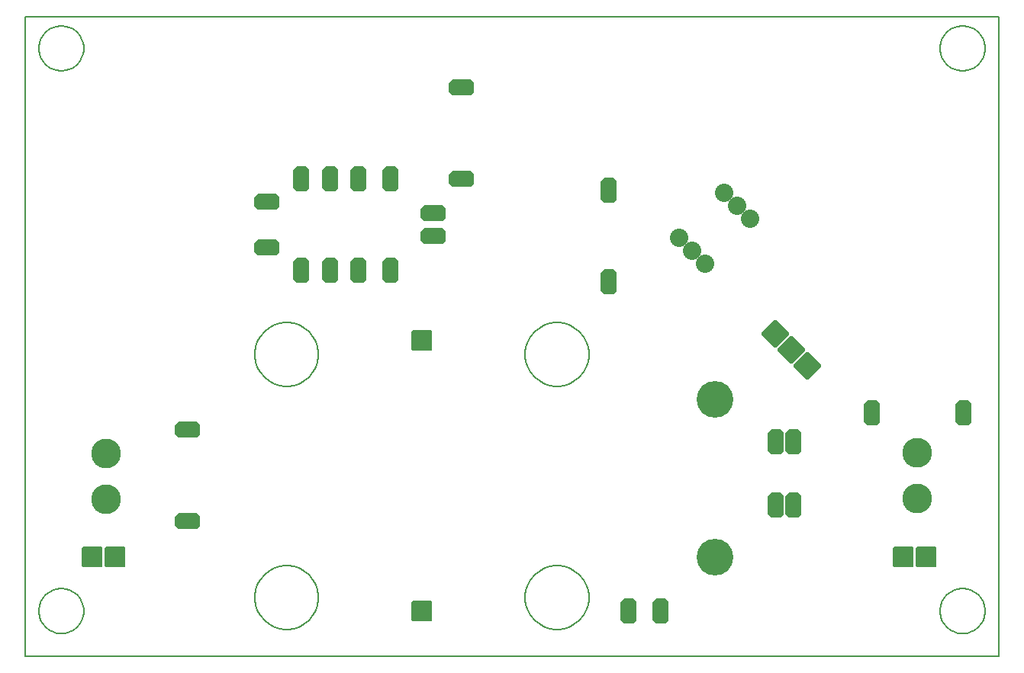
<source format=gbr>
G04 PROTEUS GERBER X2 FILE*
%TF.GenerationSoftware,Labcenter,Proteus,8.6-SP2-Build23525*%
%TF.CreationDate,2018-04-04T03:23:59+00:00*%
%TF.FileFunction,Soldermask,Top*%
%TF.FilePolarity,Negative*%
%TF.Part,Single*%
%FSLAX45Y45*%
%MOMM*%
G01*
%TA.AperFunction,Material*%
%ADD34C,3.302000*%
%AMPPAD029*
4,1,36,
-1.016000,1.143000,
1.016000,1.143000,
1.041970,1.140470,
1.065980,1.133200,
1.087580,1.121650,
1.106290,1.106290,
1.121650,1.087570,
1.133200,1.065980,
1.140470,1.041970,
1.143000,1.016000,
1.143000,-1.016000,
1.140470,-1.041970,
1.133200,-1.065980,
1.121650,-1.087570,
1.106290,-1.106290,
1.087580,-1.121650,
1.065980,-1.133200,
1.041970,-1.140470,
1.016000,-1.143000,
-1.016000,-1.143000,
-1.041970,-1.140470,
-1.065980,-1.133200,
-1.087580,-1.121650,
-1.106290,-1.106290,
-1.121650,-1.087570,
-1.133200,-1.065980,
-1.140470,-1.041970,
-1.143000,-1.016000,
-1.143000,1.016000,
-1.140470,1.041970,
-1.133200,1.065980,
-1.121650,1.087570,
-1.106290,1.106290,
-1.087580,1.121650,
-1.065980,1.133200,
-1.041970,1.140470,
-1.016000,1.143000,
0*%
%TA.AperFunction,Material*%
%ADD35PPAD029*%
%AMPPAD030*
4,1,36,
0.089800,1.526640,
1.526640,0.089800,
1.543220,0.069650,
1.555060,0.047530,
1.562160,0.024090,
1.564530,0.000000,
1.562150,-0.024100,
1.555060,-0.047530,
1.543220,-0.069650,
1.526640,-0.089800,
0.089800,-1.526640,
0.069650,-1.543220,
0.047530,-1.555060,
0.024100,-1.562150,
0.000000,-1.564530,
-0.024090,-1.562160,
-0.047530,-1.555060,
-0.069650,-1.543220,
-0.089800,-1.526640,
-1.526640,-0.089800,
-1.543220,-0.069650,
-1.555060,-0.047530,
-1.562160,-0.024090,
-1.564530,0.000000,
-1.562150,0.024100,
-1.555060,0.047530,
-1.543220,0.069650,
-1.526640,0.089800,
-0.089800,1.526640,
-0.069650,1.543220,
-0.047530,1.555060,
-0.024100,1.562150,
0.000000,1.564530,
0.024090,1.562160,
0.047530,1.555060,
0.069650,1.543220,
0.089800,1.526640,
0*%
%TA.AperFunction,Material*%
%ADD36PPAD030*%
%TA.AperFunction,Material*%
%ADD37C,4.064000*%
%AMPPAD032*
4,1,8,
-0.509800,1.397000,
0.509800,1.397000,
0.889000,1.017800,
0.889000,-1.017800,
0.509800,-1.397000,
-0.509800,-1.397000,
-0.889000,-1.017800,
-0.889000,1.017800,
-0.509800,1.397000,
0*%
%ADD38PPAD032*%
%TA.AperFunction,Material*%
%ADD39C,2.032000*%
%AMPPAD034*
4,1,8,
-1.017800,0.889000,
1.017800,0.889000,
1.397000,0.509800,
1.397000,-0.509800,
1.017800,-0.889000,
-1.017800,-0.889000,
-1.397000,-0.509800,
-1.397000,0.509800,
-1.017800,0.889000,
0*%
%TA.AperFunction,Material*%
%ADD40PPAD034*%
%TA.AperFunction,Profile*%
%ADD17C,0.203200*%
%TD.AperFunction*%
D34*
X+500000Y-758000D03*
X+500000Y-250000D03*
D35*
X+4000000Y-2000000D03*
X+4000000Y+1000000D03*
D36*
X+7920395Y+1079605D03*
X+8100000Y+900000D03*
X+8279606Y+720395D03*
D37*
X+7250000Y+350000D03*
X+7250000Y-1400000D03*
D38*
X+8128000Y-127000D03*
X+7928000Y-127000D03*
X+8128000Y-825500D03*
X+7928000Y-825500D03*
D34*
X+9500000Y-750000D03*
X+9500000Y-242000D03*
D39*
X+7643684Y+2356316D03*
X+7500000Y+2500000D03*
X+7356316Y+2643684D03*
X+6856316Y+2143684D03*
X+7000000Y+2000000D03*
X+7143684Y+1856315D03*
D38*
X+6078500Y+2673860D03*
X+6078500Y+1657860D03*
D40*
X+4127500Y+2413000D03*
X+4127500Y+2163000D03*
X+4445000Y+3810000D03*
X+4445000Y+2794000D03*
D38*
X+2667000Y+1778000D03*
X+2667000Y+2794000D03*
D40*
X+2286000Y+2032000D03*
X+2286000Y+2540000D03*
D38*
X+3656000Y+2794000D03*
X+3656000Y+1778000D03*
X+3302000Y+2794000D03*
X+3302000Y+1778000D03*
X+2984500Y+2794000D03*
X+2984500Y+1778000D03*
X+6300000Y-2000000D03*
X+6650000Y-2000000D03*
D35*
X+346000Y-1400000D03*
X+600000Y-1400000D03*
D40*
X+1400000Y-1000000D03*
X+1400000Y+16000D03*
D35*
X+9346000Y-1400000D03*
X+9600000Y-1400000D03*
D38*
X+10016000Y+200000D03*
X+9000000Y+200000D03*
D17*
X-400000Y-2500000D02*
X+10400000Y-2500000D01*
X+10400000Y+4600000D01*
X-400000Y+4600000D01*
X-400000Y-2500000D01*
X+250000Y-2000000D02*
X+249185Y-1979829D01*
X+242566Y-1939486D01*
X+228753Y-1899143D01*
X+206307Y-1858800D01*
X+172010Y-1818582D01*
X+131667Y-1787482D01*
X+91324Y-1767277D01*
X+50981Y-1755253D01*
X+10638Y-1750226D01*
X+0Y-1750000D01*
X-250000Y-2000000D02*
X-249185Y-1979829D01*
X-242566Y-1939486D01*
X-228753Y-1899143D01*
X-206307Y-1858800D01*
X-172010Y-1818582D01*
X-131667Y-1787482D01*
X-91324Y-1767277D01*
X-50981Y-1755253D01*
X-10638Y-1750226D01*
X+0Y-1750000D01*
X-250000Y-2000000D02*
X-249185Y-2020171D01*
X-242566Y-2060514D01*
X-228753Y-2100857D01*
X-206307Y-2141200D01*
X-172010Y-2181418D01*
X-131667Y-2212518D01*
X-91324Y-2232723D01*
X-50981Y-2244747D01*
X-10638Y-2249774D01*
X+0Y-2250000D01*
X+250000Y-2000000D02*
X+249185Y-2020171D01*
X+242566Y-2060514D01*
X+228753Y-2100857D01*
X+206307Y-2141200D01*
X+172010Y-2181418D01*
X+131667Y-2212518D01*
X+91324Y-2232723D01*
X+50981Y-2244747D01*
X+10638Y-2249774D01*
X+0Y-2250000D01*
X+10250000Y-2000000D02*
X+10249185Y-1979829D01*
X+10242566Y-1939486D01*
X+10228753Y-1899143D01*
X+10206307Y-1858800D01*
X+10172010Y-1818582D01*
X+10131667Y-1787482D01*
X+10091324Y-1767277D01*
X+10050981Y-1755253D01*
X+10010638Y-1750226D01*
X+10000000Y-1750000D01*
X+9750000Y-2000000D02*
X+9750815Y-1979829D01*
X+9757434Y-1939486D01*
X+9771247Y-1899143D01*
X+9793693Y-1858800D01*
X+9827990Y-1818582D01*
X+9868333Y-1787482D01*
X+9908676Y-1767277D01*
X+9949019Y-1755253D01*
X+9989362Y-1750226D01*
X+10000000Y-1750000D01*
X+9750000Y-2000000D02*
X+9750815Y-2020171D01*
X+9757434Y-2060514D01*
X+9771247Y-2100857D01*
X+9793693Y-2141200D01*
X+9827990Y-2181418D01*
X+9868333Y-2212518D01*
X+9908676Y-2232723D01*
X+9949019Y-2244747D01*
X+9989362Y-2249774D01*
X+10000000Y-2250000D01*
X+10250000Y-2000000D02*
X+10249185Y-2020171D01*
X+10242566Y-2060514D01*
X+10228753Y-2100857D01*
X+10206307Y-2141200D01*
X+10172010Y-2181418D01*
X+10131667Y-2212518D01*
X+10091324Y-2232723D01*
X+10050981Y-2244747D01*
X+10010638Y-2249774D01*
X+10000000Y-2250000D01*
X+10250000Y+4250000D02*
X+10249185Y+4270171D01*
X+10242566Y+4310514D01*
X+10228753Y+4350857D01*
X+10206307Y+4391200D01*
X+10172010Y+4431418D01*
X+10131667Y+4462518D01*
X+10091324Y+4482723D01*
X+10050981Y+4494747D01*
X+10010638Y+4499774D01*
X+10000000Y+4500000D01*
X+9750000Y+4250000D02*
X+9750815Y+4270171D01*
X+9757434Y+4310514D01*
X+9771247Y+4350857D01*
X+9793693Y+4391200D01*
X+9827990Y+4431418D01*
X+9868333Y+4462518D01*
X+9908676Y+4482723D01*
X+9949019Y+4494747D01*
X+9989362Y+4499774D01*
X+10000000Y+4500000D01*
X+9750000Y+4250000D02*
X+9750815Y+4229829D01*
X+9757434Y+4189486D01*
X+9771247Y+4149143D01*
X+9793693Y+4108800D01*
X+9827990Y+4068582D01*
X+9868333Y+4037482D01*
X+9908676Y+4017277D01*
X+9949019Y+4005253D01*
X+9989362Y+4000226D01*
X+10000000Y+4000000D01*
X+10250000Y+4250000D02*
X+10249185Y+4229829D01*
X+10242566Y+4189486D01*
X+10228753Y+4149143D01*
X+10206307Y+4108800D01*
X+10172010Y+4068582D01*
X+10131667Y+4037482D01*
X+10091324Y+4017277D01*
X+10050981Y+4005253D01*
X+10010638Y+4000226D01*
X+10000000Y+4000000D01*
X+250000Y+4250000D02*
X+249185Y+4270171D01*
X+242566Y+4310514D01*
X+228753Y+4350857D01*
X+206307Y+4391200D01*
X+172010Y+4431418D01*
X+131667Y+4462518D01*
X+91324Y+4482723D01*
X+50981Y+4494747D01*
X+10638Y+4499774D01*
X+0Y+4500000D01*
X-250000Y+4250000D02*
X-249185Y+4270171D01*
X-242566Y+4310514D01*
X-228753Y+4350857D01*
X-206307Y+4391200D01*
X-172010Y+4431418D01*
X-131667Y+4462518D01*
X-91324Y+4482723D01*
X-50981Y+4494747D01*
X-10638Y+4499774D01*
X+0Y+4500000D01*
X-250000Y+4250000D02*
X-249185Y+4229829D01*
X-242566Y+4189486D01*
X-228753Y+4149143D01*
X-206307Y+4108800D01*
X-172010Y+4068582D01*
X-131667Y+4037482D01*
X-91324Y+4017277D01*
X-50981Y+4005253D01*
X-10638Y+4000226D01*
X+0Y+4000000D01*
X+250000Y+4250000D02*
X+249185Y+4229829D01*
X+242566Y+4189486D01*
X+228753Y+4149143D01*
X+206307Y+4108800D01*
X+172010Y+4068582D01*
X+131667Y+4037482D01*
X+91324Y+4017277D01*
X+50981Y+4005253D01*
X+10638Y+4000226D01*
X+0Y+4000000D01*
X+2853553Y+850000D02*
X+2852430Y+878155D01*
X+2843315Y+934467D01*
X+2824316Y+990779D01*
X+2793521Y+1047091D01*
X+2746596Y+1103358D01*
X+2690284Y+1147979D01*
X+2633972Y+1177187D01*
X+2577660Y+1194918D01*
X+2521348Y+1202908D01*
X+2500000Y+1203553D01*
X+2146447Y+850000D02*
X+2147570Y+878155D01*
X+2156685Y+934467D01*
X+2175684Y+990779D01*
X+2206479Y+1047091D01*
X+2253404Y+1103358D01*
X+2309716Y+1147979D01*
X+2366028Y+1177187D01*
X+2422340Y+1194918D01*
X+2478652Y+1202908D01*
X+2500000Y+1203553D01*
X+2146447Y+850000D02*
X+2147570Y+821845D01*
X+2156685Y+765533D01*
X+2175684Y+709221D01*
X+2206479Y+652909D01*
X+2253404Y+596642D01*
X+2309716Y+552021D01*
X+2366028Y+522813D01*
X+2422340Y+505082D01*
X+2478652Y+497092D01*
X+2500000Y+496447D01*
X+2853553Y+850000D02*
X+2852430Y+821845D01*
X+2843315Y+765533D01*
X+2824316Y+709221D01*
X+2793521Y+652909D01*
X+2746596Y+596642D01*
X+2690284Y+552021D01*
X+2633972Y+522813D01*
X+2577660Y+505082D01*
X+2521348Y+497092D01*
X+2500000Y+496447D01*
X+2853553Y-1850000D02*
X+2852430Y-1821845D01*
X+2843315Y-1765533D01*
X+2824316Y-1709221D01*
X+2793521Y-1652909D01*
X+2746596Y-1596642D01*
X+2690284Y-1552021D01*
X+2633972Y-1522813D01*
X+2577660Y-1505082D01*
X+2521348Y-1497092D01*
X+2500000Y-1496447D01*
X+2146447Y-1850000D02*
X+2147570Y-1821845D01*
X+2156685Y-1765533D01*
X+2175684Y-1709221D01*
X+2206479Y-1652909D01*
X+2253404Y-1596642D01*
X+2309716Y-1552021D01*
X+2366028Y-1522813D01*
X+2422340Y-1505082D01*
X+2478652Y-1497092D01*
X+2500000Y-1496447D01*
X+2146447Y-1850000D02*
X+2147570Y-1878155D01*
X+2156685Y-1934467D01*
X+2175684Y-1990779D01*
X+2206479Y-2047091D01*
X+2253404Y-2103358D01*
X+2309716Y-2147979D01*
X+2366028Y-2177187D01*
X+2422340Y-2194918D01*
X+2478652Y-2202908D01*
X+2500000Y-2203553D01*
X+2853553Y-1850000D02*
X+2852430Y-1878155D01*
X+2843315Y-1934467D01*
X+2824316Y-1990779D01*
X+2793521Y-2047091D01*
X+2746596Y-2103358D01*
X+2690284Y-2147979D01*
X+2633972Y-2177187D01*
X+2577660Y-2194918D01*
X+2521348Y-2202908D01*
X+2500000Y-2203553D01*
X+5853553Y+850000D02*
X+5852430Y+878155D01*
X+5843315Y+934467D01*
X+5824316Y+990779D01*
X+5793521Y+1047091D01*
X+5746596Y+1103358D01*
X+5690284Y+1147979D01*
X+5633972Y+1177187D01*
X+5577660Y+1194918D01*
X+5521348Y+1202908D01*
X+5500000Y+1203553D01*
X+5146447Y+850000D02*
X+5147570Y+878155D01*
X+5156685Y+934467D01*
X+5175684Y+990779D01*
X+5206479Y+1047091D01*
X+5253404Y+1103358D01*
X+5309716Y+1147979D01*
X+5366028Y+1177187D01*
X+5422340Y+1194918D01*
X+5478652Y+1202908D01*
X+5500000Y+1203553D01*
X+5146447Y+850000D02*
X+5147570Y+821845D01*
X+5156685Y+765533D01*
X+5175684Y+709221D01*
X+5206479Y+652909D01*
X+5253404Y+596642D01*
X+5309716Y+552021D01*
X+5366028Y+522813D01*
X+5422340Y+505082D01*
X+5478652Y+497092D01*
X+5500000Y+496447D01*
X+5853553Y+850000D02*
X+5852430Y+821845D01*
X+5843315Y+765533D01*
X+5824316Y+709221D01*
X+5793521Y+652909D01*
X+5746596Y+596642D01*
X+5690284Y+552021D01*
X+5633972Y+522813D01*
X+5577660Y+505082D01*
X+5521348Y+497092D01*
X+5500000Y+496447D01*
X+5853553Y-1850000D02*
X+5852430Y-1821845D01*
X+5843315Y-1765533D01*
X+5824316Y-1709221D01*
X+5793521Y-1652909D01*
X+5746596Y-1596642D01*
X+5690284Y-1552021D01*
X+5633972Y-1522813D01*
X+5577660Y-1505082D01*
X+5521348Y-1497092D01*
X+5500000Y-1496447D01*
X+5146447Y-1850000D02*
X+5147570Y-1821845D01*
X+5156685Y-1765533D01*
X+5175684Y-1709221D01*
X+5206479Y-1652909D01*
X+5253404Y-1596642D01*
X+5309716Y-1552021D01*
X+5366028Y-1522813D01*
X+5422340Y-1505082D01*
X+5478652Y-1497092D01*
X+5500000Y-1496447D01*
X+5146447Y-1850000D02*
X+5147570Y-1878155D01*
X+5156685Y-1934467D01*
X+5175684Y-1990779D01*
X+5206479Y-2047091D01*
X+5253404Y-2103358D01*
X+5309716Y-2147979D01*
X+5366028Y-2177187D01*
X+5422340Y-2194918D01*
X+5478652Y-2202908D01*
X+5500000Y-2203553D01*
X+5853553Y-1850000D02*
X+5852430Y-1878155D01*
X+5843315Y-1934467D01*
X+5824316Y-1990779D01*
X+5793521Y-2047091D01*
X+5746596Y-2103358D01*
X+5690284Y-2147979D01*
X+5633972Y-2177187D01*
X+5577660Y-2194918D01*
X+5521348Y-2202908D01*
X+5500000Y-2203553D01*
M02*

</source>
